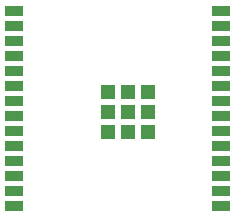
<source format=gbr>
%TF.GenerationSoftware,KiCad,Pcbnew,9.0.7*%
%TF.CreationDate,2026-02-08T20:48:14-05:00*%
%TF.ProjectId,esp32-c5-wroom-1,65737033-322d-4633-952d-77726f6f6d2d,rev?*%
%TF.SameCoordinates,Original*%
%TF.FileFunction,Copper,L1,Top*%
%TF.FilePolarity,Positive*%
%FSLAX46Y46*%
G04 Gerber Fmt 4.6, Leading zero omitted, Abs format (unit mm)*
G04 Created by KiCad (PCBNEW 9.0.7) date 2026-02-08 20:48:14*
%MOMM*%
%LPD*%
G01*
G04 APERTURE LIST*
%TA.AperFunction,SMDPad,CuDef*%
%ADD10R,1.500000X0.900000*%
%TD*%
%TA.AperFunction,SMDPad,CuDef*%
%ADD11R,1.300000X1.300000*%
%TD*%
G04 APERTURE END LIST*
D10*
%TO.P,U1,1,GND*%
%TO.N,Net-(U1-GND-Pad1)*%
X141500000Y-90490000D03*
%TO.P,U1,2,3V3*%
%TO.N,unconnected-(U1-3V3-Pad2)*%
X141500000Y-91760000D03*
%TO.P,U1,3,EN/CHIP_PU*%
%TO.N,unconnected-(U1-EN{slash}CHIP_PU-Pad3)*%
X141500000Y-93030000D03*
%TO.P,U1,4,GPIO2*%
%TO.N,unconnected-(U1-GPIO2-Pad4)*%
X141500000Y-94300000D03*
%TO.P,U1,5,GPIO3*%
%TO.N,unconnected-(U1-GPIO3-Pad5)*%
X141500000Y-95570000D03*
%TO.P,U1,6,GPIO0*%
%TO.N,unconnected-(U1-GPIO0-Pad6)*%
X141500000Y-96840000D03*
%TO.P,U1,7,GPIO1*%
%TO.N,unconnected-(U1-GPIO1-Pad7)*%
X141500000Y-98110000D03*
%TO.P,U1,8,GPIO6*%
%TO.N,unconnected-(U1-GPIO6-Pad8)*%
X141500000Y-99380000D03*
%TO.P,U1,9,GPIO7*%
%TO.N,unconnected-(U1-GPIO7-Pad9)*%
X141500000Y-100650000D03*
%TO.P,U1,10,GPIO8*%
%TO.N,unconnected-(U1-GPIO8-Pad10)*%
X141500000Y-101920000D03*
%TO.P,U1,11,GPIO9*%
%TO.N,unconnected-(U1-GPIO9-Pad11)*%
X141500000Y-103190000D03*
%TO.P,U1,12,GPIO10*%
%TO.N,unconnected-(U1-GPIO10-Pad12)*%
X141500000Y-104460000D03*
%TO.P,U1,13,GPIO13/USB_D-*%
%TO.N,unconnected-(U1-GPIO13{slash}USB_D--Pad13)*%
X141500000Y-105730000D03*
%TO.P,U1,14,GPIO14/USB_D+*%
%TO.N,unconnected-(U1-GPIO14{slash}USB_D+-Pad14)*%
X141500000Y-107000000D03*
%TO.P,U1,15,GPIO28*%
%TO.N,unconnected-(U1-GPIO28-Pad15)*%
X159000000Y-107000000D03*
%TO.P,U1,16,GPIO5*%
%TO.N,unconnected-(U1-GPIO5-Pad16)*%
X159000000Y-105730000D03*
%TO.P,U1,17,GPIO4*%
%TO.N,unconnected-(U1-GPIO4-Pad17)*%
X159000000Y-104460000D03*
%TO.P,U1,18,GPIO27*%
%TO.N,unconnected-(U1-GPIO27-Pad18)*%
X159000000Y-103190000D03*
%TO.P,U1,19,GPIO15*%
%TO.N,unconnected-(U1-GPIO15-Pad19)*%
X159000000Y-101920000D03*
%TO.P,U1,20,NC*%
%TO.N,unconnected-(U1-NC-Pad20)*%
X159000000Y-100650000D03*
%TO.P,U1,21,GPIO23*%
%TO.N,unconnected-(U1-GPIO23-Pad21)*%
X159000000Y-99380000D03*
%TO.P,U1,22,NC*%
%TO.N,unconnected-(U1-NC-Pad22)*%
X159000000Y-98110000D03*
%TO.P,U1,23,GPIO24*%
%TO.N,unconnected-(U1-GPIO24-Pad23)*%
X159000000Y-96840000D03*
%TO.P,U1,24,U0RXD/GPIO12*%
%TO.N,unconnected-(U1-U0RXD{slash}GPIO12-Pad24)*%
X159000000Y-95570000D03*
%TO.P,U1,25,U0TXD/GPIO11*%
%TO.N,unconnected-(U1-U0TXD{slash}GPIO11-Pad25)*%
X159000000Y-94300000D03*
%TO.P,U1,26,GPIO25*%
%TO.N,unconnected-(U1-GPIO25-Pad26)*%
X159000000Y-93030000D03*
%TO.P,U1,27,GPIO26*%
%TO.N,unconnected-(U1-GPIO26-Pad27)*%
X159000000Y-91760000D03*
%TO.P,U1,28,GND*%
%TO.N,Net-(U1-GND-Pad1)*%
X159000000Y-90490000D03*
D11*
%TO.P,U1,29,GND*%
X149379800Y-97378000D03*
X149379800Y-99078000D03*
X149379800Y-100778000D03*
X151079800Y-97378000D03*
X151079800Y-99078000D03*
X151079800Y-100778000D03*
X152779800Y-97378000D03*
X152779800Y-99078000D03*
X152779800Y-100778000D03*
%TD*%
M02*

</source>
